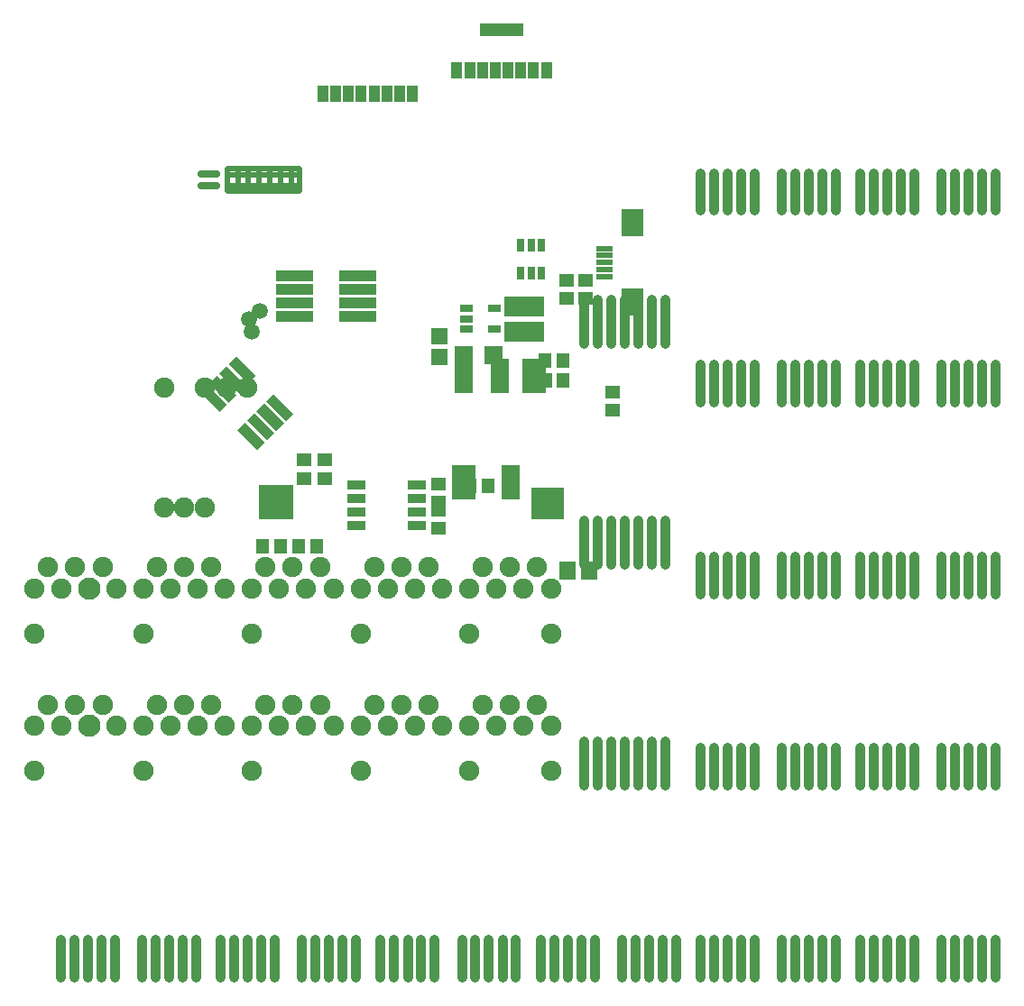
<source format=gbs>
%FSLAX34Y34*%
%MOMM*%
%LNSOLDERMASK_BOTTOM*%
G71*
G01*
%ADD10C, 1.900*%
%ADD11C, 2.100*%
%ADD12R, 1.190X0.800*%
%ADD13R, 3.700X1.900*%
%ADD14R, 1.800X1.800*%
%ADD15R, 1.600X1.500*%
%ADD16C, 1.500*%
%ADD17R, 1.800X0.870*%
%ADD18R, 1.400X1.300*%
%ADD19R, 1.300X1.400*%
%ADD20R, 1.550X0.600*%
%ADD21R, 2.100X2.500*%
%ADD22C, 0.700*%
%ADD23R, 2.600X1.000*%
%ADD24R, 0.500X1.200*%
%ADD25R, 1.500X1.700*%
%ADD26R, 3.500X1.000*%
%ADD27R, 2.500X1.000*%
%ADD28C, 0.950*%
%ADD29R, 0.800X1.190*%
%ADD30R, 1.700X3.200*%
%ADD31R, 2.200X3.200*%
%ADD32R, 1.000X1.600*%
%ADD33C, 0.500*%
%LPD*%
X39155Y-650911D02*
G54D10*
D03*
X141155Y-650911D02*
G54D10*
D03*
X243155Y-650911D02*
G54D10*
D03*
X345155Y-650911D02*
G54D10*
D03*
X447155Y-650911D02*
G54D10*
D03*
X523655Y-650911D02*
G54D10*
D03*
X39155Y-608634D02*
G54D10*
D03*
X64655Y-608636D02*
G54D10*
D03*
X90156Y-608634D02*
G54D11*
D03*
X115655Y-608636D02*
G54D10*
D03*
X141155Y-608636D02*
G54D10*
D03*
X166655Y-608636D02*
G54D10*
D03*
X192155Y-608636D02*
G54D10*
D03*
X217655Y-608636D02*
G54D10*
D03*
X243155Y-608636D02*
G54D10*
D03*
X268655Y-608636D02*
G54D10*
D03*
X294155Y-608636D02*
G54D10*
D03*
X319655Y-608636D02*
G54D10*
D03*
X345155Y-608636D02*
G54D10*
D03*
X370655Y-608636D02*
G54D10*
D03*
X396155Y-608636D02*
G54D10*
D03*
X421655Y-608636D02*
G54D10*
D03*
X447155Y-608636D02*
G54D10*
D03*
X472655Y-608636D02*
G54D10*
D03*
X498155Y-608636D02*
G54D10*
D03*
X523655Y-608636D02*
G54D10*
D03*
X51905Y-588634D02*
G54D10*
D03*
X77405Y-588634D02*
G54D10*
D03*
X102905Y-588636D02*
G54D10*
D03*
X153905Y-588636D02*
G54D10*
D03*
X179405Y-588636D02*
G54D10*
D03*
X204905Y-588636D02*
G54D10*
D03*
X255905Y-588636D02*
G54D10*
D03*
X281405Y-588636D02*
G54D10*
D03*
X306905Y-588636D02*
G54D10*
D03*
X357905Y-588636D02*
G54D10*
D03*
X383405Y-588636D02*
G54D10*
D03*
X408905Y-588636D02*
G54D10*
D03*
X459905Y-588636D02*
G54D10*
D03*
X485405Y-588636D02*
G54D10*
D03*
X510905Y-588636D02*
G54D10*
D03*
X444522Y-364510D02*
G54D12*
D03*
X444524Y-355105D02*
G54D12*
D03*
X444522Y-345510D02*
G54D12*
D03*
X470421Y-345510D02*
G54D12*
D03*
X470422Y-364510D02*
G54D12*
D03*
X498593Y-366978D02*
G54D13*
D03*
X498593Y-343978D02*
G54D13*
D03*
X469661Y-389307D02*
G54D14*
D03*
X441661Y-389307D02*
G54D14*
D03*
X418748Y-390815D02*
G54D15*
D03*
X418750Y-371810D02*
G54D15*
D03*
X240475Y-355243D02*
G54D16*
D03*
X250768Y-347874D02*
G54D16*
D03*
X243265Y-367360D02*
G54D16*
D03*
G36*
X505700Y-543613D02*
X505700Y-513613D01*
X535700Y-513613D01*
X535700Y-543613D01*
X505700Y-543613D01*
G37*
G36*
X281865Y-511661D02*
X281865Y-543661D01*
X249865Y-543661D01*
X249865Y-511661D01*
X281865Y-511661D01*
G37*
X397978Y-511467D02*
G54D17*
D03*
X397978Y-524167D02*
G54D17*
D03*
X397978Y-536868D02*
G54D17*
D03*
X397978Y-549568D02*
G54D17*
D03*
X340978Y-549568D02*
G54D17*
D03*
X340978Y-536868D02*
G54D17*
D03*
X340978Y-524168D02*
G54D17*
D03*
X340978Y-511468D02*
G54D17*
D03*
X418446Y-534883D02*
G54D18*
D03*
X418446Y-551883D02*
G54D18*
D03*
X418446Y-510739D02*
G54D18*
D03*
X418446Y-527739D02*
G54D18*
D03*
X447565Y-512190D02*
G54D19*
D03*
X464565Y-512190D02*
G54D19*
D03*
X160746Y-419904D02*
G54D10*
D03*
X219484Y-419904D02*
G54D10*
D03*
X238534Y-419903D02*
G54D10*
D03*
G36*
X194304Y-424515D02*
X201376Y-417444D01*
X219759Y-435830D01*
X212687Y-442901D01*
X194304Y-424515D01*
G37*
G36*
X203284Y-415534D02*
X210356Y-408464D01*
X228739Y-426850D01*
X221668Y-433920D01*
X203284Y-415534D01*
G37*
G36*
X212264Y-406554D02*
X219336Y-399483D01*
X237719Y-417870D01*
X230647Y-424940D01*
X212264Y-406554D01*
G37*
G36*
X221244Y-397576D02*
X228314Y-390504D01*
X246701Y-408888D01*
X239630Y-415959D01*
X221244Y-397576D01*
G37*
G36*
X256600Y-432930D02*
X263670Y-425859D01*
X282055Y-444244D01*
X274985Y-451315D01*
X256600Y-432930D01*
G37*
G36*
X247619Y-441911D02*
X254690Y-434840D01*
X273076Y-453224D01*
X266005Y-460295D01*
X247619Y-441911D01*
G37*
G36*
X238639Y-450891D02*
X245710Y-443820D01*
X264095Y-462204D01*
X257024Y-469275D01*
X238639Y-450891D01*
G37*
G36*
X229659Y-459870D02*
X236731Y-452800D01*
X255115Y-471185D01*
X248043Y-478256D01*
X229659Y-459870D01*
G37*
X304327Y-569109D02*
G54D19*
D03*
X287325Y-569106D02*
G54D19*
D03*
X573661Y-289302D02*
G54D20*
D03*
X573661Y-295802D02*
G54D20*
D03*
X573661Y-302302D02*
G54D20*
D03*
X573661Y-308802D02*
G54D20*
D03*
X573661Y-315302D02*
G54D20*
D03*
X600411Y-339802D02*
G54D21*
D03*
X600411Y-264802D02*
G54D21*
D03*
X556584Y-336318D02*
G54D18*
D03*
X556584Y-319318D02*
G54D18*
D03*
X538725Y-336318D02*
G54D18*
D03*
X538725Y-319318D02*
G54D18*
D03*
G54D22*
X210302Y-230183D02*
X195330Y-230184D01*
G54D22*
X210306Y-219074D02*
X195334Y-219074D01*
X252825Y-569103D02*
G54D19*
D03*
X269827Y-569106D02*
G54D19*
D03*
X337893Y-315190D02*
G54D23*
D03*
X337893Y-327890D02*
G54D23*
D03*
X337893Y-340590D02*
G54D23*
D03*
X337893Y-353290D02*
G54D23*
D03*
X287892Y-353290D02*
G54D23*
D03*
X287893Y-340590D02*
G54D23*
D03*
X287893Y-327890D02*
G54D23*
D03*
X287893Y-315190D02*
G54D23*
D03*
X292250Y-504980D02*
G54D18*
D03*
X292253Y-487978D02*
G54D18*
D03*
X311300Y-504980D02*
G54D18*
D03*
X311303Y-487978D02*
G54D18*
D03*
G36*
X511819Y-406266D02*
X524819Y-406266D01*
X524819Y-420266D01*
X511819Y-420266D01*
X511819Y-406266D01*
G37*
X535319Y-413266D02*
G54D19*
D03*
X460000Y-84000D02*
G54D24*
D03*
X465000Y-84000D02*
G54D24*
D03*
X470000Y-84000D02*
G54D24*
D03*
X475000Y-84000D02*
G54D24*
D03*
X480000Y-84000D02*
G54D24*
D03*
X485000Y-84000D02*
G54D24*
D03*
X490000Y-84000D02*
G54D24*
D03*
X495000Y-84000D02*
G54D24*
D03*
X539395Y-591728D02*
G54D25*
D03*
X559236Y-591729D02*
G54D25*
D03*
X342655Y-315190D02*
G54D26*
D03*
X287893Y-315190D02*
G54D27*
D03*
X342655Y-327890D02*
G54D26*
D03*
X342655Y-340590D02*
G54D26*
D03*
X342655Y-353290D02*
G54D26*
D03*
X283130Y-353290D02*
G54D26*
D03*
X283130Y-340590D02*
G54D26*
D03*
X283130Y-327890D02*
G54D26*
D03*
X283130Y-315190D02*
G54D26*
D03*
X39155Y-779910D02*
G54D10*
D03*
X141155Y-779910D02*
G54D10*
D03*
X243155Y-779910D02*
G54D10*
D03*
X345155Y-779910D02*
G54D10*
D03*
X447155Y-779911D02*
G54D10*
D03*
X523655Y-779910D02*
G54D10*
D03*
X39155Y-737634D02*
G54D10*
D03*
X64655Y-737636D02*
G54D10*
D03*
X90156Y-737634D02*
G54D11*
D03*
X115655Y-737636D02*
G54D10*
D03*
X141155Y-737636D02*
G54D10*
D03*
X166655Y-737636D02*
G54D10*
D03*
X192155Y-737636D02*
G54D10*
D03*
X217655Y-737636D02*
G54D10*
D03*
X243155Y-737636D02*
G54D10*
D03*
X268655Y-737636D02*
G54D10*
D03*
X294155Y-737636D02*
G54D10*
D03*
X319655Y-737636D02*
G54D10*
D03*
X345155Y-737636D02*
G54D10*
D03*
X370655Y-737636D02*
G54D10*
D03*
X396155Y-737636D02*
G54D10*
D03*
X421655Y-737636D02*
G54D10*
D03*
X447155Y-737636D02*
G54D10*
D03*
X472655Y-737636D02*
G54D10*
D03*
X498155Y-737636D02*
G54D10*
D03*
X523655Y-737636D02*
G54D10*
D03*
X51905Y-717634D02*
G54D10*
D03*
X77405Y-717634D02*
G54D10*
D03*
X102905Y-717636D02*
G54D10*
D03*
X153905Y-717636D02*
G54D10*
D03*
X179405Y-717636D02*
G54D10*
D03*
X204905Y-717636D02*
G54D10*
D03*
X255905Y-717636D02*
G54D10*
D03*
X281405Y-717636D02*
G54D10*
D03*
X306905Y-717636D02*
G54D10*
D03*
X357905Y-717636D02*
G54D10*
D03*
X383405Y-717636D02*
G54D10*
D03*
X408905Y-717636D02*
G54D10*
D03*
X459905Y-717636D02*
G54D10*
D03*
X485405Y-717636D02*
G54D10*
D03*
X510905Y-717636D02*
G54D10*
D03*
G54D28*
X177942Y-938013D02*
X177942Y-973413D01*
G54D28*
X165142Y-938013D02*
X165142Y-973413D01*
G54D28*
X152442Y-938013D02*
X152442Y-973413D01*
G54D28*
X139842Y-938013D02*
X139842Y-973413D01*
G54D28*
X114342Y-938013D02*
X114342Y-973413D01*
G54D28*
X190542Y-938013D02*
X190542Y-973413D01*
G54D28*
X101642Y-938013D02*
X101642Y-973413D01*
G54D28*
X89042Y-938013D02*
X89042Y-973413D01*
G54D28*
X76242Y-938013D02*
X76242Y-973413D01*
G54D28*
X63542Y-938013D02*
X63542Y-973413D01*
G54D28*
X327942Y-938013D02*
X327942Y-973413D01*
G54D28*
X315142Y-938013D02*
X315142Y-973413D01*
G54D28*
X302442Y-938013D02*
X302442Y-973413D01*
G54D28*
X289842Y-938013D02*
X289842Y-973413D01*
G54D28*
X264342Y-938013D02*
X264342Y-973413D01*
G54D28*
X340542Y-938013D02*
X340542Y-973413D01*
G54D28*
X251642Y-938013D02*
X251642Y-973413D01*
G54D28*
X239042Y-938013D02*
X239042Y-973413D01*
G54D28*
X226242Y-938013D02*
X226242Y-973413D01*
G54D28*
X213542Y-938013D02*
X213542Y-973413D01*
G54D28*
X477942Y-938013D02*
X477942Y-973413D01*
G54D28*
X465142Y-938013D02*
X465142Y-973413D01*
G54D28*
X452442Y-938013D02*
X452442Y-973413D01*
G54D28*
X439842Y-938013D02*
X439842Y-973413D01*
G54D28*
X414342Y-938013D02*
X414342Y-973413D01*
G54D28*
X490542Y-938013D02*
X490542Y-973413D01*
G54D28*
X401642Y-938013D02*
X401642Y-973413D01*
G54D28*
X389042Y-938013D02*
X389042Y-973413D01*
G54D28*
X376242Y-938013D02*
X376242Y-973413D01*
G54D28*
X363542Y-938013D02*
X363542Y-973413D01*
G54D28*
X627943Y-938013D02*
X627942Y-973413D01*
G54D28*
X615142Y-938013D02*
X615142Y-973413D01*
G54D28*
X602442Y-938013D02*
X602442Y-973413D01*
G54D28*
X589842Y-938013D02*
X589842Y-973413D01*
G54D28*
X564342Y-938013D02*
X564342Y-973413D01*
G54D28*
X640542Y-938013D02*
X640542Y-973413D01*
G54D28*
X551642Y-938013D02*
X551642Y-973413D01*
G54D28*
X539042Y-938013D02*
X539042Y-973413D01*
G54D28*
X526242Y-938013D02*
X526242Y-973413D01*
G54D28*
X513542Y-938013D02*
X513542Y-973413D01*
G54D28*
X777942Y-938013D02*
X777942Y-973413D01*
G54D28*
X765142Y-938013D02*
X765142Y-973413D01*
G54D28*
X752442Y-938013D02*
X752442Y-973413D01*
G54D28*
X739842Y-938013D02*
X739842Y-973413D01*
G54D28*
X714342Y-938013D02*
X714342Y-973413D01*
G54D28*
X790542Y-938013D02*
X790542Y-973413D01*
G54D28*
X701642Y-938013D02*
X701642Y-973413D01*
G54D28*
X689042Y-938013D02*
X689042Y-973413D01*
G54D28*
X676242Y-938013D02*
X676242Y-973413D01*
G54D28*
X663542Y-938013D02*
X663542Y-973413D01*
G54D28*
X927943Y-938013D02*
X927943Y-973413D01*
G54D28*
X915143Y-938013D02*
X915143Y-973413D01*
G54D28*
X902443Y-938013D02*
X902443Y-973413D01*
G54D28*
X889843Y-938013D02*
X889843Y-973413D01*
G54D28*
X864343Y-938013D02*
X864343Y-973413D01*
G54D28*
X940543Y-938013D02*
X940543Y-973413D01*
G54D28*
X851643Y-938013D02*
X851643Y-973413D01*
G54D28*
X839043Y-938013D02*
X839043Y-973413D01*
G54D28*
X826243Y-938013D02*
X826243Y-973413D01*
G54D28*
X813543Y-938013D02*
X813543Y-973413D01*
G54D28*
X927943Y-758013D02*
X927942Y-793413D01*
G54D28*
X915142Y-758013D02*
X915142Y-793413D01*
G54D28*
X902442Y-758013D02*
X902442Y-793413D01*
G54D28*
X889842Y-758013D02*
X889842Y-793413D01*
G54D28*
X864342Y-758013D02*
X864342Y-793413D01*
G54D28*
X940542Y-758013D02*
X940542Y-793413D01*
G54D28*
X851642Y-758013D02*
X851642Y-793413D01*
G54D28*
X839042Y-758013D02*
X839042Y-793413D01*
G54D28*
X826242Y-758013D02*
X826242Y-793413D01*
G54D28*
X813542Y-758013D02*
X813542Y-793413D01*
G54D28*
X777943Y-758013D02*
X777942Y-793413D01*
G54D28*
X765142Y-758013D02*
X765142Y-793413D01*
G54D28*
X752442Y-758013D02*
X752442Y-793413D01*
G54D28*
X739842Y-758013D02*
X739842Y-793413D01*
G54D28*
X714342Y-758013D02*
X714342Y-793413D01*
G54D28*
X790542Y-758013D02*
X790542Y-793413D01*
G54D28*
X701642Y-758013D02*
X701642Y-793413D01*
G54D28*
X689042Y-758013D02*
X689042Y-793413D01*
G54D28*
X676242Y-758013D02*
X676242Y-793413D01*
G54D28*
X663542Y-758013D02*
X663542Y-793413D01*
G54D28*
X927943Y-578013D02*
X927942Y-613413D01*
G54D28*
X915142Y-578013D02*
X915142Y-613413D01*
G54D28*
X902442Y-578013D02*
X902442Y-613413D01*
G54D28*
X889842Y-578013D02*
X889842Y-613413D01*
G54D28*
X864342Y-578013D02*
X864342Y-613413D01*
G54D28*
X940542Y-578013D02*
X940542Y-613413D01*
G54D28*
X851642Y-578013D02*
X851642Y-613413D01*
G54D28*
X839042Y-578013D02*
X839042Y-613413D01*
G54D28*
X826242Y-578013D02*
X826242Y-613413D01*
G54D28*
X813542Y-578013D02*
X813542Y-613413D01*
G54D28*
X777943Y-578013D02*
X777942Y-613413D01*
G54D28*
X765142Y-578013D02*
X765142Y-613413D01*
G54D28*
X752442Y-578013D02*
X752442Y-613413D01*
G54D28*
X739842Y-578013D02*
X739842Y-613413D01*
G54D28*
X714342Y-578013D02*
X714342Y-613413D01*
G54D28*
X790542Y-578013D02*
X790542Y-613413D01*
G54D28*
X701642Y-578013D02*
X701642Y-613413D01*
G54D28*
X689042Y-578013D02*
X689042Y-613413D01*
G54D28*
X676242Y-578013D02*
X676242Y-613413D01*
G54D28*
X663542Y-578013D02*
X663542Y-613413D01*
G54D28*
X927943Y-398013D02*
X927942Y-433413D01*
G54D28*
X915142Y-398013D02*
X915142Y-433413D01*
G54D28*
X902442Y-398013D02*
X902442Y-433413D01*
G54D28*
X889842Y-398013D02*
X889842Y-433413D01*
G54D28*
X864342Y-398013D02*
X864342Y-433413D01*
G54D28*
X940542Y-398013D02*
X940542Y-433413D01*
G54D28*
X851642Y-398013D02*
X851642Y-433413D01*
G54D28*
X839042Y-398013D02*
X839042Y-433413D01*
G54D28*
X826242Y-398013D02*
X826242Y-433413D01*
G54D28*
X813542Y-398013D02*
X813542Y-433413D01*
G54D28*
X777943Y-398013D02*
X777942Y-433413D01*
G54D28*
X765142Y-398013D02*
X765142Y-433413D01*
G54D28*
X752442Y-398013D02*
X752442Y-433413D01*
G54D28*
X739842Y-398013D02*
X739842Y-433413D01*
G54D28*
X714342Y-398013D02*
X714342Y-433413D01*
G54D28*
X790542Y-398013D02*
X790542Y-433413D01*
G54D28*
X701642Y-398013D02*
X701642Y-433413D01*
G54D28*
X689042Y-398013D02*
X689042Y-433413D01*
G54D28*
X676242Y-398013D02*
X676242Y-433413D01*
G54D28*
X663542Y-398013D02*
X663542Y-433413D01*
G54D28*
X618445Y-751838D02*
X618445Y-793588D01*
G54D28*
X605645Y-751838D02*
X605645Y-793588D01*
G54D28*
X592945Y-751838D02*
X592945Y-793588D01*
G54D28*
X580345Y-751838D02*
X580345Y-793588D01*
G54D28*
X567545Y-751838D02*
X567545Y-793588D01*
G54D28*
X554845Y-751838D02*
X554845Y-793588D01*
G54D28*
X631045Y-751838D02*
X631045Y-793588D01*
G54D28*
X927943Y-218013D02*
X927942Y-253413D01*
G54D28*
X915142Y-218013D02*
X915142Y-253413D01*
G54D28*
X902442Y-218013D02*
X902442Y-253413D01*
G54D28*
X889842Y-218013D02*
X889842Y-253413D01*
G54D28*
X864342Y-218013D02*
X864342Y-253413D01*
G54D28*
X940542Y-218013D02*
X940542Y-253413D01*
G54D28*
X851642Y-218013D02*
X851642Y-253413D01*
G54D28*
X839042Y-218013D02*
X839042Y-253413D01*
G54D28*
X826242Y-218013D02*
X826242Y-253413D01*
G54D28*
X813542Y-218013D02*
X813542Y-253413D01*
G54D28*
X777943Y-218013D02*
X777943Y-253413D01*
G54D28*
X765143Y-218013D02*
X765143Y-253413D01*
G54D28*
X752443Y-218013D02*
X752443Y-253413D01*
G54D28*
X739843Y-218013D02*
X739843Y-253413D01*
G54D28*
X714343Y-218013D02*
X714343Y-253413D01*
G54D28*
X790543Y-218013D02*
X790543Y-253413D01*
G54D28*
X701643Y-218013D02*
X701643Y-253413D01*
G54D28*
X689043Y-218013D02*
X689043Y-253413D01*
G54D28*
X676243Y-218013D02*
X676243Y-253413D01*
G54D28*
X663543Y-218013D02*
X663543Y-253413D01*
X160747Y-532741D02*
G54D10*
D03*
X179796Y-532741D02*
G54D10*
D03*
X198846Y-532741D02*
G54D10*
D03*
X198847Y-419902D02*
G54D10*
D03*
X514627Y-286224D02*
G54D29*
D03*
X505222Y-286226D02*
G54D29*
D03*
X495627Y-286224D02*
G54D29*
D03*
X495627Y-312123D02*
G54D29*
D03*
X514628Y-312124D02*
G54D29*
D03*
X505222Y-312126D02*
G54D29*
D03*
G54D28*
X618445Y-544192D02*
X618445Y-585942D01*
G54D28*
X605645Y-544193D02*
X605645Y-585943D01*
G54D28*
X592945Y-544193D02*
X592945Y-585943D01*
G54D28*
X580345Y-544193D02*
X580345Y-585943D01*
G54D28*
X567545Y-544193D02*
X567545Y-585942D01*
G54D28*
X554845Y-544193D02*
X554845Y-585942D01*
G54D28*
X631045Y-544192D02*
X631045Y-585943D01*
X486211Y-509052D02*
G54D30*
D03*
X442211Y-509052D02*
G54D31*
D03*
X508211Y-409052D02*
G54D31*
D03*
X476211Y-409052D02*
G54D30*
D03*
X442211Y-409052D02*
G54D30*
D03*
X581236Y-440802D02*
G54D18*
D03*
X581236Y-423802D02*
G54D18*
D03*
X309761Y-144096D02*
G54D32*
D03*
X518319Y-394216D02*
G54D19*
D03*
X535319Y-394216D02*
G54D19*
D03*
X393761Y-144096D02*
G54D32*
D03*
X381761Y-144096D02*
G54D32*
D03*
X369761Y-144096D02*
G54D32*
D03*
X357761Y-144096D02*
G54D32*
D03*
X345761Y-144096D02*
G54D32*
D03*
X333761Y-144096D02*
G54D32*
D03*
X321761Y-144096D02*
G54D32*
D03*
X435500Y-122000D02*
G54D32*
D03*
X519500Y-122000D02*
G54D32*
D03*
X507500Y-122000D02*
G54D32*
D03*
X495500Y-122000D02*
G54D32*
D03*
X483500Y-122000D02*
G54D32*
D03*
X471500Y-122000D02*
G54D32*
D03*
X459500Y-122000D02*
G54D32*
D03*
X447500Y-122000D02*
G54D32*
D03*
G54D33*
X230000Y-235201D02*
X230000Y-214057D01*
X240000Y-235201D02*
X240000Y-214057D01*
X250000Y-235201D02*
X250000Y-214057D01*
X260000Y-235201D02*
X260000Y-214057D01*
X270000Y-235201D02*
X270000Y-214057D01*
X280000Y-235201D02*
X280000Y-214057D01*
X220480Y-230000D02*
X287873Y-230000D01*
X220482Y-220000D02*
X287875Y-220000D01*
G54D33*
X220483Y-214057D02*
X220479Y-235201D01*
X287872Y-235201D01*
X287876Y-214057D01*
X220483Y-214057D01*
G54D28*
X618445Y-336548D02*
X618445Y-378298D01*
G54D28*
X605645Y-336548D02*
X605645Y-378298D01*
G54D28*
X592945Y-336548D02*
X592945Y-378298D01*
G54D28*
X580345Y-336548D02*
X580345Y-378298D01*
G54D28*
X567545Y-336548D02*
X567545Y-378298D01*
G54D28*
X554845Y-336548D02*
X554845Y-378298D01*
G54D28*
X631045Y-336548D02*
X631045Y-378298D01*
M02*

</source>
